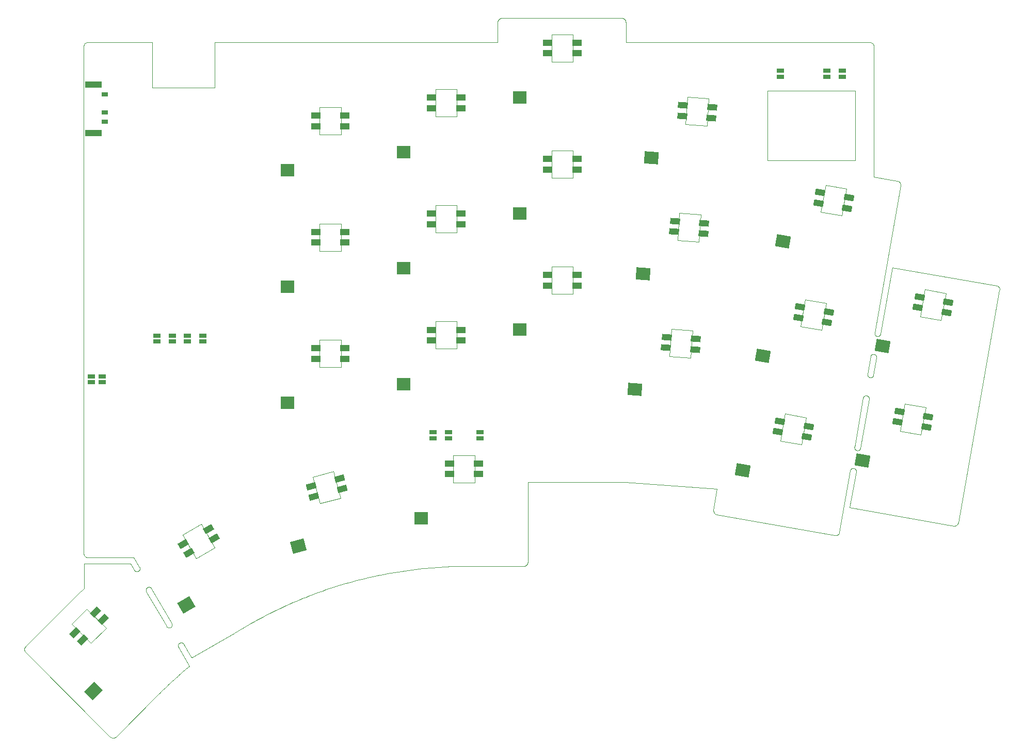
<source format=gtp>
%TF.GenerationSoftware,KiCad,Pcbnew,(6.0.4)*%
%TF.CreationDate,2022-06-21T22:08:17+02:00*%
%TF.ProjectId,klor1_3,6b6c6f72-315f-4332-9e6b-696361645f70,v1.3.0*%
%TF.SameCoordinates,Original*%
%TF.FileFunction,Paste,Top*%
%TF.FilePolarity,Positive*%
%FSLAX46Y46*%
G04 Gerber Fmt 4.6, Leading zero omitted, Abs format (unit mm)*
G04 Created by KiCad (PCBNEW (6.0.4)) date 2022-06-21 22:08:17*
%MOMM*%
%LPD*%
G01*
G04 APERTURE LIST*
G04 Aperture macros list*
%AMRotRect*
0 Rectangle, with rotation*
0 The origin of the aperture is its center*
0 $1 length*
0 $2 width*
0 $3 Rotation angle, in degrees counterclockwise*
0 Add horizontal line*
21,1,$1,$2,0,0,$3*%
G04 Aperture macros list end*
%TA.AperFunction,Profile*%
%ADD10C,0.010000*%
%TD*%
%ADD11C,0.010000*%
%TA.AperFunction,Profile*%
%ADD12C,0.100000*%
%TD*%
%TA.AperFunction,Profile*%
%ADD13C,0.120000*%
%TD*%
%ADD14R,1.143000X0.635000*%
%ADD15RotRect,1.600000X1.000000X225.000000*%
%ADD16RotRect,2.300000X2.000000X45.000000*%
%ADD17R,1.600000X1.000000*%
%ADD18R,2.300000X2.000000*%
%ADD19RotRect,1.600000X1.000000X176.000000*%
%ADD20RotRect,2.300000X2.000000X356.000000*%
%ADD21RotRect,1.600000X1.000000X195.000000*%
%ADD22RotRect,2.300000X2.000000X15.000000*%
%ADD23RotRect,1.600000X1.000000X170.000000*%
%ADD24RotRect,2.300000X2.000000X350.000000*%
%ADD25RotRect,1.600000X1.000000X210.000000*%
%ADD26RotRect,2.300000X2.000000X30.000000*%
%ADD27R,1.000000X0.700000*%
%ADD28R,2.800000X1.000000*%
G04 APERTURE END LIST*
D10*
X94205130Y-149048326D02*
X90890813Y-143336419D01*
X213273752Y-90131044D02*
X211334523Y-101025982D01*
D11*
X95051339Y-148554706D02*
X95063942Y-148574840D01*
X95075312Y-148595542D01*
X95085456Y-148616761D01*
X95094379Y-148638445D01*
X95102089Y-148660542D01*
X95108591Y-148683001D01*
X95113893Y-148705769D01*
X95118000Y-148728796D01*
X95120920Y-148752029D01*
X95122657Y-148775417D01*
X95123220Y-148798909D01*
X95122614Y-148822452D01*
X95120847Y-148845995D01*
X95117923Y-148869486D01*
X95113850Y-148892874D01*
X95108635Y-148916108D01*
X95102283Y-148939134D01*
X95094802Y-148961902D01*
X95086197Y-148984361D01*
X95076475Y-149006458D01*
X95065643Y-149028141D01*
X95053707Y-149049360D01*
X95040673Y-149070063D01*
X95026549Y-149090197D01*
X95011339Y-149109711D01*
X94995052Y-149128554D01*
X94977692Y-149146674D01*
X94959268Y-149164019D01*
X94939785Y-149180538D01*
X94919249Y-149196179D01*
X94897667Y-149210890D01*
X94875047Y-149224620D01*
D10*
X210241503Y-75251875D02*
X210241503Y-53885104D01*
X91842797Y-60619514D02*
X91842797Y-53144670D01*
D11*
X152769828Y-139175891D02*
X152805974Y-139174968D01*
X152841662Y-139172232D01*
X152876846Y-139167727D01*
X152911482Y-139161498D01*
X152945523Y-139153590D01*
X152978926Y-139144049D01*
X153011644Y-139132920D01*
X153043632Y-139120248D01*
X153074846Y-139106078D01*
X153105240Y-139090455D01*
X153134769Y-139073425D01*
X153163388Y-139055033D01*
X153191051Y-139035324D01*
X153217713Y-139014343D01*
X153243330Y-138992135D01*
X153267855Y-138968746D01*
X153291244Y-138944220D01*
X153313452Y-138918604D01*
X153334433Y-138891941D01*
X153354142Y-138864278D01*
X153372534Y-138835660D01*
X153389564Y-138806131D01*
X153405187Y-138775737D01*
X153419357Y-138744523D01*
X153432029Y-138712534D01*
X153443158Y-138679816D01*
X153452699Y-138646414D01*
X153460607Y-138612372D01*
X153466836Y-138577736D01*
X153471341Y-138542552D01*
X153474077Y-138506864D01*
X153475000Y-138470718D01*
X230832582Y-93903724D02*
X230844676Y-93867575D01*
X230854550Y-93831872D01*
X230862254Y-93796647D01*
X230867841Y-93761932D01*
X230871361Y-93727759D01*
X230872868Y-93694161D01*
X230872412Y-93661169D01*
X230870045Y-93628817D01*
X230865818Y-93597136D01*
X230859784Y-93566159D01*
X230851994Y-93535918D01*
X230842499Y-93506445D01*
X230831351Y-93477772D01*
X230818603Y-93449933D01*
X230804305Y-93422958D01*
X230788509Y-93396881D01*
X230771267Y-93371734D01*
X230752631Y-93347548D01*
X230732651Y-93324357D01*
X230711381Y-93302192D01*
X230688871Y-93281086D01*
X230665173Y-93261071D01*
X230640338Y-93242179D01*
X230614419Y-93224443D01*
X230587467Y-93207895D01*
X230559534Y-93192567D01*
X230530671Y-93178492D01*
X230500930Y-93165701D01*
X230470363Y-93154228D01*
X230439021Y-93144103D01*
X230406956Y-93135360D01*
X230374220Y-93128032D01*
D10*
X148538783Y-53144670D02*
X102103080Y-53144670D01*
D11*
X105170585Y-150282382D02*
X105240102Y-150236208D01*
X105309820Y-150190240D01*
X105379732Y-150144480D01*
X105449831Y-150098926D01*
X105520111Y-150053578D01*
X105590565Y-150008437D01*
X105661187Y-149963503D01*
X105731970Y-149918775D01*
X105802908Y-149874254D01*
X105873995Y-149829940D01*
X105945223Y-149785832D01*
X106016588Y-149741931D01*
X106088081Y-149698236D01*
X106159697Y-149654748D01*
X106231429Y-149611466D01*
X106303271Y-149568392D01*
X106375217Y-149525523D01*
X106447259Y-149482862D01*
X106519391Y-149440406D01*
X106591608Y-149398158D01*
X106663901Y-149356116D01*
X106736266Y-149314281D01*
X106808696Y-149272652D01*
X106881183Y-149231230D01*
X106953722Y-149190015D01*
X107026307Y-149149006D01*
X107098930Y-149108204D01*
X107171585Y-149067608D01*
X107244266Y-149027219D01*
X107316966Y-148987037D01*
X107389680Y-148947061D01*
X107462400Y-148907292D01*
D10*
X214084700Y-75921789D02*
X210241503Y-75251875D01*
D11*
X206927186Y-123097926D02*
X206953315Y-123101945D01*
X206978800Y-123107360D01*
X207003612Y-123114117D01*
X207027728Y-123122166D01*
X207051120Y-123131454D01*
X207073764Y-123141930D01*
X207095633Y-123153542D01*
X207116701Y-123166239D01*
X207136943Y-123179969D01*
X207156333Y-123194680D01*
X207174844Y-123210321D01*
X207192452Y-123226840D01*
X207209130Y-123244185D01*
X207224853Y-123262305D01*
X207239594Y-123281148D01*
X207253328Y-123300663D01*
X207266029Y-123320797D01*
X207277672Y-123341499D01*
X207288229Y-123362718D01*
X207297677Y-123384402D01*
X207305988Y-123406499D01*
X207313137Y-123428958D01*
X207319098Y-123451726D01*
X207323845Y-123474753D01*
X207327353Y-123497986D01*
X207329595Y-123521374D01*
X207330547Y-123544865D01*
X207330181Y-123568409D01*
X207328472Y-123591952D01*
X207325395Y-123615443D01*
X207320923Y-123638831D01*
X207315031Y-123662065D01*
X81370965Y-53144670D02*
X81331615Y-53145592D01*
X81292924Y-53148328D01*
X81254930Y-53152833D01*
X81217672Y-53159062D01*
X81181189Y-53166970D01*
X81145520Y-53176511D01*
X81110702Y-53187640D01*
X81076776Y-53200313D01*
X81043779Y-53214483D01*
X81011750Y-53230105D01*
X80980729Y-53247135D01*
X80950754Y-53265528D01*
X80921863Y-53285237D01*
X80894095Y-53306218D01*
X80867490Y-53328426D01*
X80842085Y-53351816D01*
X80817920Y-53376341D01*
X80795034Y-53401958D01*
X80773464Y-53428620D01*
X80753250Y-53456283D01*
X80734431Y-53484902D01*
X80717045Y-53514431D01*
X80701130Y-53544825D01*
X80686727Y-53576039D01*
X80673873Y-53608028D01*
X80662607Y-53640746D01*
X80652968Y-53674149D01*
X80644995Y-53708190D01*
X80638726Y-53742826D01*
X80634201Y-53778010D01*
X80631457Y-53813698D01*
X80630534Y-53849845D01*
D10*
X91842797Y-53144670D02*
X82287690Y-53144670D01*
D11*
X92794784Y-160295850D02*
X92950349Y-160140699D01*
X93106327Y-159985968D01*
X93262718Y-159831663D01*
X93419523Y-159677790D01*
X93576741Y-159524357D01*
X93734372Y-159371369D01*
X93892416Y-159218832D01*
X94050874Y-159066755D01*
X94209744Y-158915142D01*
X94369028Y-158764000D01*
X94528725Y-158613336D01*
X94688835Y-158463156D01*
X94849359Y-158313467D01*
X95010295Y-158164275D01*
X95171645Y-158015587D01*
X95333408Y-157867408D01*
X95495585Y-157719746D01*
X95658174Y-157572607D01*
X95821177Y-157425998D01*
X95984593Y-157279924D01*
X96148422Y-157134393D01*
X96312664Y-156989410D01*
X96477319Y-156844982D01*
X96642388Y-156701117D01*
X96807870Y-156557819D01*
X96973765Y-156415096D01*
X97140073Y-156272954D01*
X97306795Y-156131399D01*
X97473929Y-155990439D01*
X97641477Y-155850079D01*
X97809438Y-155710325D01*
X97977813Y-155571186D01*
X84967353Y-167171297D02*
X84994201Y-167196914D01*
X85021824Y-167220879D01*
X85050171Y-167243191D01*
X85079189Y-167263851D01*
X85108826Y-167282857D01*
X85139032Y-167300211D01*
X85169754Y-167315912D01*
X85200941Y-167329961D01*
X85232542Y-167342357D01*
X85264503Y-167353099D01*
X85296775Y-167362190D01*
X85329305Y-167369627D01*
X85362041Y-167375412D01*
X85394933Y-167379543D01*
X85427928Y-167382023D01*
X85460974Y-167382849D01*
X85494020Y-167382023D01*
X85527015Y-167379543D01*
X85559907Y-167375412D01*
X85592643Y-167369627D01*
X85625173Y-167362190D01*
X85657445Y-167353099D01*
X85689406Y-167342357D01*
X85721007Y-167329961D01*
X85752194Y-167315912D01*
X85782916Y-167300211D01*
X85813122Y-167282857D01*
X85842759Y-167263851D01*
X85871777Y-167243191D01*
X85900124Y-167220879D01*
X85927747Y-167196914D01*
X85954596Y-167171297D01*
D10*
X98400916Y-154196096D02*
X105170585Y-150282382D01*
D11*
X96179617Y-152468420D02*
X96167013Y-152445183D01*
X96155643Y-152421772D01*
X96145500Y-152398219D01*
X96136577Y-152374557D01*
X96128867Y-152350817D01*
X96122365Y-152327031D01*
X96117063Y-152303233D01*
X96112956Y-152279454D01*
X96110037Y-152255727D01*
X96108299Y-152232084D01*
X96107737Y-152208557D01*
X96108343Y-152185179D01*
X96110110Y-152161981D01*
X96113034Y-152138996D01*
X96117107Y-152116257D01*
X96122322Y-152093795D01*
X96128674Y-152071643D01*
X96136155Y-152049834D01*
X96144760Y-152028399D01*
X96154482Y-152007370D01*
X96165314Y-151986781D01*
X96177250Y-151966663D01*
X96190284Y-151947048D01*
X96204409Y-151927970D01*
X96219618Y-151909459D01*
X96235906Y-151891549D01*
X96253265Y-151874271D01*
X96271690Y-151857659D01*
X96291173Y-151841744D01*
X96311709Y-151826558D01*
X96333290Y-151812134D01*
X96355912Y-151798505D01*
D10*
X209219002Y-107619357D02*
X209712622Y-104763404D01*
X169447190Y-125425000D02*
X184537912Y-126482762D01*
D11*
X214613581Y-76697481D02*
X214619168Y-76664434D01*
X214622748Y-76631439D01*
X214624378Y-76598548D01*
X214624117Y-76565812D01*
X214622022Y-76533282D01*
X214618151Y-76501010D01*
X214612563Y-76469048D01*
X214605316Y-76437448D01*
X214596468Y-76406261D01*
X214586077Y-76375538D01*
X214574201Y-76345333D01*
X214560899Y-76315695D01*
X214546227Y-76286677D01*
X214530245Y-76258331D01*
X214513011Y-76230707D01*
X214494582Y-76203859D01*
X214475017Y-76177836D01*
X214454373Y-76152692D01*
X214432710Y-76128477D01*
X214410085Y-76105244D01*
X214386556Y-76083044D01*
X214362181Y-76061928D01*
X214337018Y-76041949D01*
X214311126Y-76023157D01*
X214284563Y-76005605D01*
X214257386Y-75989345D01*
X214229654Y-75974427D01*
X214201425Y-75960904D01*
X214172757Y-75948826D01*
X214143708Y-75938247D01*
X214114336Y-75929217D01*
X214084700Y-75921789D01*
D10*
X210664609Y-104939696D02*
X210170986Y-107795651D01*
X88316928Y-138752788D02*
X80665792Y-138752788D01*
X97977813Y-155571186D02*
X96179617Y-152468420D01*
D11*
X97025826Y-151974800D02*
X97037756Y-151995476D01*
X97052147Y-152020412D01*
X97071689Y-152054269D01*
X97096035Y-152096442D01*
X97124836Y-152146324D01*
X97157742Y-152203307D01*
X97194406Y-152266785D01*
X97234479Y-152336151D01*
X97277612Y-152410798D01*
X97323457Y-152490120D01*
X97371664Y-152573508D01*
X97421886Y-152660357D01*
X97473773Y-152750060D01*
X97526978Y-152842009D01*
X97581151Y-152935598D01*
X97635943Y-153030220D01*
X97691007Y-153125269D01*
X97745993Y-153220136D01*
X97800554Y-153314216D01*
X97854339Y-153406901D01*
X97907001Y-153497585D01*
X97958192Y-153585661D01*
X98007561Y-153670521D01*
X98054761Y-153751560D01*
X98099444Y-153828170D01*
X98141260Y-153899744D01*
X98179861Y-153965675D01*
X98214898Y-154025357D01*
X98246023Y-154078183D01*
X98272886Y-154123545D01*
X98295141Y-154160838D01*
X208478568Y-111568332D02*
X208482587Y-111542202D01*
X208488002Y-111516717D01*
X208494759Y-111491905D01*
X208502808Y-111467789D01*
X208512096Y-111444397D01*
X208522572Y-111421753D01*
X208534184Y-111399884D01*
X208546881Y-111378816D01*
X208560611Y-111358574D01*
X208575322Y-111339184D01*
X208590963Y-111320673D01*
X208607482Y-111303065D01*
X208624827Y-111286387D01*
X208642947Y-111270664D01*
X208661790Y-111255923D01*
X208681305Y-111242189D01*
X208701439Y-111229488D01*
X208722142Y-111217845D01*
X208743361Y-111207288D01*
X208765044Y-111197840D01*
X208787141Y-111189529D01*
X208809600Y-111182380D01*
X208832368Y-111176419D01*
X208855395Y-111171672D01*
X208878628Y-111168164D01*
X208902016Y-111165922D01*
X208925507Y-111164970D01*
X208949051Y-111165336D01*
X208972594Y-111167045D01*
X208996085Y-111170122D01*
X209019473Y-111174594D01*
X209042707Y-111180487D01*
D10*
X209501072Y-53144670D02*
X208549085Y-53144670D01*
D11*
X210770384Y-101413827D02*
X210744254Y-101409807D01*
X210718769Y-101404392D01*
X210693957Y-101397635D01*
X210669841Y-101389586D01*
X210646448Y-101380298D01*
X210623805Y-101369822D01*
X210601936Y-101358210D01*
X210580868Y-101345513D01*
X210560626Y-101331783D01*
X210541236Y-101317072D01*
X210522724Y-101301431D01*
X210505116Y-101284912D01*
X210488438Y-101267567D01*
X210472716Y-101249447D01*
X210457974Y-101230604D01*
X210444240Y-101211089D01*
X210431539Y-101190955D01*
X210419896Y-101170253D01*
X210409339Y-101149034D01*
X210399891Y-101127350D01*
X210391580Y-101105253D01*
X210384431Y-101082794D01*
X210378470Y-101060026D01*
X210373723Y-101036999D01*
X210370215Y-101013766D01*
X210367973Y-100990378D01*
X210367022Y-100966887D01*
X210367388Y-100943343D01*
X210369097Y-100919800D01*
X210372174Y-100896309D01*
X210376646Y-100872921D01*
X210382539Y-100849688D01*
X80630534Y-137060370D02*
X80631456Y-137096516D01*
X80634192Y-137132204D01*
X80638697Y-137167388D01*
X80644926Y-137202024D01*
X80652834Y-137236065D01*
X80662375Y-137269468D01*
X80673504Y-137302186D01*
X80686176Y-137334175D01*
X80700346Y-137365389D01*
X80715969Y-137395783D01*
X80732999Y-137425312D01*
X80751391Y-137453931D01*
X80771100Y-137481594D01*
X80792081Y-137508256D01*
X80814289Y-137533873D01*
X80837678Y-137558399D01*
X80862203Y-137581788D01*
X80887820Y-137603996D01*
X80914482Y-137624977D01*
X80942145Y-137644686D01*
X80970764Y-137663079D01*
X81000293Y-137680109D01*
X81030687Y-137695731D01*
X81061901Y-137709901D01*
X81093889Y-137722574D01*
X81126607Y-137733703D01*
X81160010Y-137743244D01*
X81194051Y-137751152D01*
X81228687Y-137757381D01*
X81263871Y-137761886D01*
X81299559Y-137764622D01*
X81335706Y-137765545D01*
D10*
X80630534Y-53849845D02*
X80630534Y-137060370D01*
D11*
X90890813Y-143336419D02*
X90878209Y-143313182D01*
X90866839Y-143289771D01*
X90856696Y-143266218D01*
X90847773Y-143242556D01*
X90840063Y-143218816D01*
X90833561Y-143195030D01*
X90828260Y-143171232D01*
X90824153Y-143147453D01*
X90821233Y-143123726D01*
X90819496Y-143100083D01*
X90818933Y-143076556D01*
X90819539Y-143053177D01*
X90821307Y-143029980D01*
X90824230Y-143006995D01*
X90828303Y-142984256D01*
X90833519Y-142961794D01*
X90839870Y-142939642D01*
X90847352Y-142917832D01*
X90855957Y-142896397D01*
X90865678Y-142875369D01*
X90876511Y-142854779D01*
X90888447Y-142834661D01*
X90901480Y-142815046D01*
X90915605Y-142795968D01*
X90930815Y-142777457D01*
X90947102Y-142759547D01*
X90964461Y-142742269D01*
X90982886Y-142725657D01*
X91002369Y-142709741D01*
X91022905Y-142694555D01*
X91044487Y-142680131D01*
X91067108Y-142666502D01*
D10*
X77986130Y-145451940D02*
X71110685Y-152327386D01*
X148538783Y-49865612D02*
X148538783Y-53144670D01*
D11*
X183938514Y-129973373D02*
X183936028Y-130006318D01*
X183935156Y-130039018D01*
X183935860Y-130071433D01*
X183938101Y-130103526D01*
X183941839Y-130135258D01*
X183947036Y-130166589D01*
X183953653Y-130197481D01*
X183961652Y-130227896D01*
X183970994Y-130257794D01*
X183981640Y-130287136D01*
X183993552Y-130315885D01*
X184006690Y-130344001D01*
X184021016Y-130371446D01*
X184036491Y-130398180D01*
X184053077Y-130424166D01*
X184070734Y-130449364D01*
X184089425Y-130473735D01*
X184109109Y-130497242D01*
X184129749Y-130519845D01*
X184151306Y-130541505D01*
X184173741Y-130562183D01*
X184197015Y-130581842D01*
X184221089Y-130600442D01*
X184245926Y-130617944D01*
X184271485Y-130634310D01*
X184297729Y-130649501D01*
X184324619Y-130663479D01*
X184352115Y-130676204D01*
X184380180Y-130687637D01*
X184408774Y-130697741D01*
X184437858Y-130706476D01*
X184467395Y-130713804D01*
D10*
X169552968Y-53144670D02*
X169552968Y-49865612D01*
D12*
X192800000Y-61150000D02*
X207200000Y-61150000D01*
X207200000Y-61150000D02*
X207200000Y-72550000D01*
X207200000Y-72550000D02*
X192800000Y-72550000D01*
X192800000Y-72550000D02*
X192800000Y-61150000D01*
D11*
X209042707Y-111180487D02*
X209068836Y-111184506D01*
X209094321Y-111189921D01*
X209119133Y-111196678D01*
X209143249Y-111204727D01*
X209166642Y-111214015D01*
X209189285Y-111224491D01*
X209211154Y-111236103D01*
X209232222Y-111248800D01*
X209252464Y-111262530D01*
X209271854Y-111277241D01*
X209290366Y-111292882D01*
X209307974Y-111309401D01*
X209324652Y-111326746D01*
X209340375Y-111344866D01*
X209355116Y-111363709D01*
X209368850Y-111383224D01*
X209381551Y-111403358D01*
X209393194Y-111424060D01*
X209403752Y-111445279D01*
X209413199Y-111466963D01*
X209421510Y-111489060D01*
X209428659Y-111511519D01*
X209434620Y-111534287D01*
X209439367Y-111557314D01*
X209442875Y-111580547D01*
X209445117Y-111603935D01*
X209446069Y-111627426D01*
X209445703Y-111650970D01*
X209443994Y-111674513D01*
X209440916Y-111698004D01*
X209436444Y-111721392D01*
X209430552Y-111744626D01*
D10*
X207068220Y-119607315D02*
X208478568Y-111568332D01*
X85954596Y-167171297D02*
X92794784Y-160295850D01*
D11*
X210241503Y-53885104D02*
X210240579Y-53845854D01*
X210237835Y-53807450D01*
X210233310Y-53769912D01*
X210227041Y-53733257D01*
X210219068Y-53697507D01*
X210209429Y-53662680D01*
X210198163Y-53628795D01*
X210185309Y-53595873D01*
X210170906Y-53563931D01*
X210154991Y-53532991D01*
X210137605Y-53503070D01*
X210118786Y-53474189D01*
X210098572Y-53446367D01*
X210077002Y-53419622D01*
X210054116Y-53393976D01*
X210029951Y-53369446D01*
X210004546Y-53346052D01*
X209977941Y-53323814D01*
X209950173Y-53302751D01*
X209921282Y-53282883D01*
X209891307Y-53264228D01*
X209860286Y-53246806D01*
X209828257Y-53230637D01*
X209795260Y-53215739D01*
X209761334Y-53202133D01*
X209726516Y-53189837D01*
X209690847Y-53178871D01*
X209654364Y-53169255D01*
X209617106Y-53161007D01*
X209579112Y-53154147D01*
X209540421Y-53148695D01*
X209501072Y-53144670D01*
D10*
X204600113Y-133605017D02*
X206363047Y-123485771D01*
D11*
X210170986Y-107795651D02*
X210166966Y-107821780D01*
X210161551Y-107847265D01*
X210154794Y-107872077D01*
X210146745Y-107896193D01*
X210137457Y-107919586D01*
X210126981Y-107942229D01*
X210115369Y-107964098D01*
X210102672Y-107985166D01*
X210088942Y-108005408D01*
X210074231Y-108024798D01*
X210058590Y-108043310D01*
X210042071Y-108060918D01*
X210024726Y-108077596D01*
X210006606Y-108093318D01*
X209987763Y-108108060D01*
X209968248Y-108121794D01*
X209948114Y-108134495D01*
X209927412Y-108146138D01*
X209906193Y-108156695D01*
X209884509Y-108166143D01*
X209862412Y-108174454D01*
X209839953Y-108181603D01*
X209817185Y-108187564D01*
X209794158Y-108192311D01*
X209770925Y-108195819D01*
X209747537Y-108198061D01*
X209724046Y-108199012D01*
X209700502Y-108198646D01*
X209676959Y-108196937D01*
X209653468Y-108193860D01*
X209630080Y-108189388D01*
X209606847Y-108183496D01*
X94875047Y-149224620D02*
X94851810Y-149237223D01*
X94828399Y-149248593D01*
X94804846Y-149258737D01*
X94781184Y-149267660D01*
X94757444Y-149275370D01*
X94733659Y-149281872D01*
X94709861Y-149287174D01*
X94686082Y-149291281D01*
X94662355Y-149294200D01*
X94638711Y-149295938D01*
X94615184Y-149296501D01*
X94591806Y-149295895D01*
X94568608Y-149294127D01*
X94545624Y-149291203D01*
X94522884Y-149287131D01*
X94500422Y-149281915D01*
X94478271Y-149275563D01*
X94456461Y-149268082D01*
X94435026Y-149259477D01*
X94413997Y-149249755D01*
X94393407Y-149238923D01*
X94373289Y-149226987D01*
X94353675Y-149213953D01*
X94334596Y-149199828D01*
X94316085Y-149184619D01*
X94298175Y-149168331D01*
X94280897Y-149150972D01*
X94264285Y-149132547D01*
X94248369Y-149113064D01*
X94233183Y-149092528D01*
X94218759Y-149070946D01*
X94205130Y-149048326D01*
D10*
X102103080Y-53144670D02*
X102103080Y-60619514D01*
X153475000Y-125425000D02*
X169447190Y-125425000D01*
X142967909Y-139175891D02*
X152769828Y-139175891D01*
D11*
X209712622Y-104763404D02*
X209716641Y-104737274D01*
X209722056Y-104711790D01*
X209728813Y-104686977D01*
X209736862Y-104662861D01*
X209746150Y-104639469D01*
X209756626Y-104616825D01*
X209768238Y-104594956D01*
X209780935Y-104573888D01*
X209794665Y-104553646D01*
X209809376Y-104534256D01*
X209825017Y-104515745D01*
X209841536Y-104498137D01*
X209858881Y-104481459D01*
X209877001Y-104465736D01*
X209895844Y-104450995D01*
X209915359Y-104437260D01*
X209935493Y-104424559D01*
X209956195Y-104412916D01*
X209977414Y-104402359D01*
X209999098Y-104392911D01*
X210021195Y-104384600D01*
X210043654Y-104377451D01*
X210066422Y-104371490D01*
X210089449Y-104366742D01*
X210112682Y-104363234D01*
X210136070Y-104360992D01*
X210159561Y-104360041D01*
X210183105Y-104360406D01*
X210206648Y-104362115D01*
X210230139Y-104365192D01*
X210253527Y-104369664D01*
X210276761Y-104375557D01*
D10*
X224098171Y-131983119D02*
X230832582Y-93903724D01*
D11*
X96355912Y-151798505D02*
X96379148Y-151785901D01*
X96402559Y-151774531D01*
X96426112Y-151764388D01*
X96449774Y-151755465D01*
X96473514Y-151747755D01*
X96497299Y-151741253D01*
X96521097Y-151735952D01*
X96544876Y-151731845D01*
X96568603Y-151728925D01*
X96592246Y-151727188D01*
X96615773Y-151726625D01*
X96639152Y-151727231D01*
X96662350Y-151728999D01*
X96685334Y-151731922D01*
X96708074Y-151735995D01*
X96730535Y-151741211D01*
X96752687Y-151747562D01*
X96774497Y-151755044D01*
X96795932Y-151763649D01*
X96816960Y-151773370D01*
X96837550Y-151784203D01*
X96857668Y-151796139D01*
X96877282Y-151809172D01*
X96896361Y-151823297D01*
X96914871Y-151838507D01*
X96932782Y-151854794D01*
X96950059Y-151872153D01*
X96966671Y-151890578D01*
X96982586Y-151910061D01*
X96997772Y-151930597D01*
X97012196Y-151952179D01*
X97025826Y-151974800D01*
D10*
X214014183Y-80117575D02*
X214613581Y-76697481D01*
X184467395Y-130713804D02*
X203824420Y-134133898D01*
D11*
X203824420Y-134133898D02*
X203857466Y-134139585D01*
X203890461Y-134143452D01*
X203923352Y-134145538D01*
X203956089Y-134145880D01*
X203988619Y-134144518D01*
X204020890Y-134141490D01*
X204052852Y-134136835D01*
X204084452Y-134130592D01*
X204115639Y-134122799D01*
X204146362Y-134113496D01*
X204176567Y-134102721D01*
X204206205Y-134090512D01*
X204235223Y-134076909D01*
X204263569Y-134061951D01*
X204291193Y-134045675D01*
X204318041Y-134028121D01*
X204344063Y-134009327D01*
X204369208Y-133989333D01*
X204393422Y-133968176D01*
X204416655Y-133945897D01*
X204438856Y-133922532D01*
X204459971Y-133898122D01*
X204479951Y-133872704D01*
X204498742Y-133846318D01*
X204516294Y-133819003D01*
X204532555Y-133790796D01*
X204547473Y-133761737D01*
X204560997Y-133731865D01*
X204573074Y-133701218D01*
X204583653Y-133669835D01*
X204592683Y-133637755D01*
X204600113Y-133605017D01*
X149208697Y-49195697D02*
X149175753Y-49196618D01*
X149143069Y-49199346D01*
X149110694Y-49203831D01*
X149078680Y-49210020D01*
X149047080Y-49217862D01*
X149015945Y-49227305D01*
X148985326Y-49238298D01*
X148955275Y-49250788D01*
X148925844Y-49264725D01*
X148897085Y-49280056D01*
X148869048Y-49296729D01*
X148841787Y-49314695D01*
X148815351Y-49333899D01*
X148789794Y-49354292D01*
X148765166Y-49375820D01*
X148741520Y-49398434D01*
X148718906Y-49422080D01*
X148697378Y-49446708D01*
X148676985Y-49472265D01*
X148657780Y-49498701D01*
X148639815Y-49525963D01*
X148623142Y-49553999D01*
X148607811Y-49582759D01*
X148593874Y-49612190D01*
X148581384Y-49642240D01*
X148570391Y-49672859D01*
X148560948Y-49703995D01*
X148553106Y-49735595D01*
X148546917Y-49767609D01*
X148542432Y-49799983D01*
X148539704Y-49832668D01*
X148538783Y-49865612D01*
D10*
X230374220Y-93128032D02*
X213273752Y-90131044D01*
D11*
X71110685Y-152327386D02*
X71085067Y-152354234D01*
X71061102Y-152381857D01*
X71038790Y-152410204D01*
X71018130Y-152439222D01*
X70999124Y-152468859D01*
X70981770Y-152499065D01*
X70966069Y-152529787D01*
X70952020Y-152560974D01*
X70939624Y-152592575D01*
X70928882Y-152624536D01*
X70919791Y-152656808D01*
X70912354Y-152689338D01*
X70906569Y-152722074D01*
X70902438Y-152754966D01*
X70899958Y-152787961D01*
X70899132Y-152821007D01*
X70899958Y-152854053D01*
X70902438Y-152887048D01*
X70906569Y-152919940D01*
X70912354Y-152952676D01*
X70919791Y-152985206D01*
X70928882Y-153017478D01*
X70939624Y-153049439D01*
X70952020Y-153081040D01*
X70966069Y-153112227D01*
X70981770Y-153142949D01*
X70999124Y-153173155D01*
X71018130Y-153202792D01*
X71038790Y-153231810D01*
X71061102Y-153260157D01*
X71085067Y-153287780D01*
X71110685Y-153314629D01*
X89586243Y-139986841D02*
X89563006Y-139999444D01*
X89539595Y-140010814D01*
X89516042Y-140020958D01*
X89492380Y-140029881D01*
X89468640Y-140037591D01*
X89444855Y-140044093D01*
X89421057Y-140049395D01*
X89397278Y-140053502D01*
X89373551Y-140056421D01*
X89349907Y-140058159D01*
X89326380Y-140058722D01*
X89303002Y-140058116D01*
X89279804Y-140056348D01*
X89256820Y-140053425D01*
X89234080Y-140049352D01*
X89211618Y-140044136D01*
X89189467Y-140037785D01*
X89167657Y-140030303D01*
X89146222Y-140021698D01*
X89125193Y-140011977D01*
X89104603Y-140001144D01*
X89084485Y-139989208D01*
X89064871Y-139976175D01*
X89045792Y-139962050D01*
X89027281Y-139946841D01*
X89009371Y-139930553D01*
X88992093Y-139913194D01*
X88975481Y-139894769D01*
X88959565Y-139875286D01*
X88944379Y-139854751D01*
X88929955Y-139833169D01*
X88916326Y-139810549D01*
D10*
X88845809Y-137765545D02*
X89762535Y-139316927D01*
X88916326Y-139810549D02*
X88316928Y-138752788D01*
D11*
X107462400Y-148907292D02*
X107982580Y-148608666D01*
X108505105Y-148314419D01*
X109029837Y-148024587D01*
X109556642Y-147739210D01*
X110085384Y-147458326D01*
X110615927Y-147181974D01*
X111148136Y-146910193D01*
X111681874Y-146643022D01*
X112217007Y-146380499D01*
X112753400Y-146122664D01*
X113290915Y-145869554D01*
X113829418Y-145621208D01*
X114368774Y-145377666D01*
X114908846Y-145138966D01*
X115449499Y-144905147D01*
X115990597Y-144676248D01*
X116532006Y-144452306D01*
X117073589Y-144233362D01*
X117615210Y-144019453D01*
X118156735Y-143810619D01*
X118698027Y-143606898D01*
X119238951Y-143408329D01*
X119779372Y-143214950D01*
X120319153Y-143026801D01*
X120858160Y-142843920D01*
X121396257Y-142666346D01*
X121933307Y-142494118D01*
X122469176Y-142327274D01*
X123003728Y-142165853D01*
X123536828Y-142009894D01*
X124068339Y-141859436D01*
X124598127Y-141714517D01*
X206363047Y-123485771D02*
X206367066Y-123459641D01*
X206372481Y-123434156D01*
X206379238Y-123409344D01*
X206387287Y-123385228D01*
X206396575Y-123361836D01*
X206407051Y-123339192D01*
X206418663Y-123317323D01*
X206431360Y-123296255D01*
X206445090Y-123276013D01*
X206459801Y-123256623D01*
X206475442Y-123238112D01*
X206491961Y-123220504D01*
X206509306Y-123203826D01*
X206527426Y-123188103D01*
X206546269Y-123173362D01*
X206565784Y-123159628D01*
X206585918Y-123146927D01*
X206606621Y-123135284D01*
X206627840Y-123124727D01*
X206649523Y-123115279D01*
X206671620Y-123106968D01*
X206694079Y-123099819D01*
X206716847Y-123093858D01*
X206739874Y-123089111D01*
X206763107Y-123085603D01*
X206786495Y-123083361D01*
X206809986Y-123082409D01*
X206833530Y-123082775D01*
X206857073Y-123084484D01*
X206880564Y-123087561D01*
X206903952Y-123092033D01*
X206927186Y-123097926D01*
X124598127Y-141714517D02*
X125176986Y-141561534D01*
X125756568Y-141413303D01*
X126336770Y-141269823D01*
X126917488Y-141131095D01*
X127498620Y-140997119D01*
X128080061Y-140867895D01*
X128661709Y-140743422D01*
X129243461Y-140623701D01*
X129825212Y-140508731D01*
X130406860Y-140398514D01*
X130988301Y-140293047D01*
X131569433Y-140192333D01*
X132150151Y-140096370D01*
X132730353Y-140005159D01*
X133309935Y-139918700D01*
X133888794Y-139836992D01*
X134466826Y-139760036D01*
X135043929Y-139687831D01*
X135619999Y-139620378D01*
X136194933Y-139557677D01*
X136768627Y-139499727D01*
X137340978Y-139446529D01*
X137911883Y-139398083D01*
X138481239Y-139354389D01*
X139048942Y-139315446D01*
X139614889Y-139281254D01*
X140178976Y-139251815D01*
X140741101Y-139227126D01*
X141301160Y-139207190D01*
X141859050Y-139192005D01*
X142414667Y-139181572D01*
X142967909Y-139175891D01*
D10*
X209430552Y-111744626D02*
X208020204Y-119783607D01*
X80665792Y-138752788D02*
X80665792Y-142807538D01*
D11*
X209606847Y-108183496D02*
X209580717Y-108179476D01*
X209555232Y-108174061D01*
X209530420Y-108167304D01*
X209506304Y-108159255D01*
X209482911Y-108149967D01*
X209460268Y-108139491D01*
X209438399Y-108127879D01*
X209417331Y-108115182D01*
X209397089Y-108101452D01*
X209377699Y-108086741D01*
X209359187Y-108071100D01*
X209341579Y-108054581D01*
X209324901Y-108037236D01*
X209309179Y-108019116D01*
X209294437Y-108000273D01*
X209280703Y-107980758D01*
X209268002Y-107960624D01*
X209256359Y-107939922D01*
X209245802Y-107918703D01*
X209236354Y-107897019D01*
X209228043Y-107874922D01*
X209220894Y-107852463D01*
X209214933Y-107829695D01*
X209210186Y-107806668D01*
X209206678Y-107783435D01*
X209204436Y-107760047D01*
X209203485Y-107736556D01*
X209203851Y-107713012D01*
X209205560Y-107689469D01*
X209208637Y-107665978D01*
X209213109Y-107642590D01*
X209219002Y-107619357D01*
D10*
X82287690Y-53144670D02*
X81370965Y-53144670D01*
X71110685Y-153314629D02*
X84967353Y-167171297D01*
X210382539Y-100849688D02*
X214014183Y-80117575D01*
D11*
X91067108Y-142666502D02*
X91090344Y-142653898D01*
X91113755Y-142642528D01*
X91137307Y-142632385D01*
X91160970Y-142623461D01*
X91184710Y-142615752D01*
X91208495Y-142609249D01*
X91232293Y-142603948D01*
X91256072Y-142599841D01*
X91279799Y-142596922D01*
X91303442Y-142595184D01*
X91326969Y-142594621D01*
X91350347Y-142595227D01*
X91373545Y-142596995D01*
X91396529Y-142599918D01*
X91419269Y-142603991D01*
X91441730Y-142609207D01*
X91463882Y-142615558D01*
X91485691Y-142623040D01*
X91507127Y-142631645D01*
X91528155Y-142641366D01*
X91548744Y-142652199D01*
X91568862Y-142664135D01*
X91588477Y-142677168D01*
X91607556Y-142691293D01*
X91626066Y-142706503D01*
X91643976Y-142722790D01*
X91661254Y-142740149D01*
X91677866Y-142758574D01*
X91693782Y-142778057D01*
X91708968Y-142798593D01*
X91723392Y-142820175D01*
X91737022Y-142842796D01*
X169552968Y-49865612D02*
X169552046Y-49832668D01*
X169549318Y-49799983D01*
X169544833Y-49767609D01*
X169538644Y-49735595D01*
X169530802Y-49703995D01*
X169521359Y-49672859D01*
X169510366Y-49642240D01*
X169497876Y-49612190D01*
X169483939Y-49582759D01*
X169468608Y-49553999D01*
X169451934Y-49525963D01*
X169433969Y-49498701D01*
X169414765Y-49472265D01*
X169394372Y-49446708D01*
X169372843Y-49422080D01*
X169350230Y-49398434D01*
X169326583Y-49375820D01*
X169301956Y-49354292D01*
X169276398Y-49333899D01*
X169249963Y-49314695D01*
X169222701Y-49296729D01*
X169194664Y-49280056D01*
X169165905Y-49264725D01*
X169136474Y-49250788D01*
X169106423Y-49238298D01*
X169075804Y-49227305D01*
X169044668Y-49217862D01*
X169013068Y-49210020D01*
X168981054Y-49203831D01*
X168948679Y-49199346D01*
X168915994Y-49196618D01*
X168883051Y-49195697D01*
X208020204Y-119783607D02*
X208016184Y-119809736D01*
X208010769Y-119835221D01*
X208004012Y-119860033D01*
X207995963Y-119884149D01*
X207986675Y-119907542D01*
X207976199Y-119930185D01*
X207964587Y-119952054D01*
X207951890Y-119973122D01*
X207938160Y-119993364D01*
X207923449Y-120012754D01*
X207907808Y-120031266D01*
X207891289Y-120048874D01*
X207873944Y-120065552D01*
X207855824Y-120081275D01*
X207836981Y-120096016D01*
X207817466Y-120109750D01*
X207797332Y-120122452D01*
X207776630Y-120134094D01*
X207755411Y-120144652D01*
X207733727Y-120154099D01*
X207711630Y-120162411D01*
X207689171Y-120169560D01*
X207666403Y-120175521D01*
X207643376Y-120180268D01*
X207620143Y-120183776D01*
X207596755Y-120186019D01*
X207573264Y-120186970D01*
X207549720Y-120186604D01*
X207526177Y-120184896D01*
X207502686Y-120181818D01*
X207479298Y-120177347D01*
X207456065Y-120171455D01*
X223322479Y-132547258D02*
X223358627Y-132552944D01*
X223394330Y-132556804D01*
X223429556Y-132558869D01*
X223464271Y-132559171D01*
X223498444Y-132557743D01*
X223532043Y-132554617D01*
X223565034Y-132549826D01*
X223597387Y-132543401D01*
X223629068Y-132535375D01*
X223660045Y-132525780D01*
X223690286Y-132514648D01*
X223719760Y-132502013D01*
X223748432Y-132487905D01*
X223776272Y-132472358D01*
X223803246Y-132455403D01*
X223829323Y-132437073D01*
X223854471Y-132417401D01*
X223878656Y-132396417D01*
X223901847Y-132374156D01*
X223924012Y-132350648D01*
X223945118Y-132325927D01*
X223965133Y-132300024D01*
X223984024Y-132272972D01*
X224001760Y-132244803D01*
X224018308Y-132215550D01*
X224033636Y-132185244D01*
X224047711Y-132153918D01*
X224060502Y-132121605D01*
X224071975Y-132088336D01*
X224082099Y-132054143D01*
X224090842Y-132019060D01*
X224098171Y-131983119D01*
D10*
X91737022Y-142842796D02*
X95051339Y-148554706D01*
D11*
X210276761Y-104375557D02*
X210299688Y-104379576D01*
X210322177Y-104384991D01*
X210344201Y-104391748D01*
X210365734Y-104399797D01*
X210386750Y-104409085D01*
X210407225Y-104419561D01*
X210427131Y-104431173D01*
X210446443Y-104443870D01*
X210465136Y-104457600D01*
X210483183Y-104472311D01*
X210500558Y-104487952D01*
X210517236Y-104504471D01*
X210533192Y-104521816D01*
X210548398Y-104539936D01*
X210562829Y-104558779D01*
X210576460Y-104578294D01*
X210589265Y-104598428D01*
X210601217Y-104619130D01*
X210612292Y-104640349D01*
X210622462Y-104662033D01*
X210631703Y-104684130D01*
X210639989Y-104706589D01*
X210647293Y-104729357D01*
X210653590Y-104752384D01*
X210658853Y-104775617D01*
X210663059Y-104799005D01*
X210666179Y-104822496D01*
X210668189Y-104846040D01*
X210669063Y-104869583D01*
X210668775Y-104893074D01*
X210667298Y-104916462D01*
X210664609Y-104939696D01*
X80665792Y-142807538D02*
X80579851Y-142887073D01*
X80493923Y-142967002D01*
X80408020Y-143047306D01*
X80322157Y-143127965D01*
X80236345Y-143208959D01*
X80150598Y-143290270D01*
X80064928Y-143371878D01*
X79979349Y-143453763D01*
X79893872Y-143535907D01*
X79808512Y-143618289D01*
X79723282Y-143700892D01*
X79638193Y-143783694D01*
X79553259Y-143866677D01*
X79468493Y-143949821D01*
X79383908Y-144033107D01*
X79299516Y-144116516D01*
X79215331Y-144200029D01*
X79131366Y-144283625D01*
X79047633Y-144367286D01*
X78964145Y-144450992D01*
X78880916Y-144534724D01*
X78797957Y-144618462D01*
X78715283Y-144702187D01*
X78632906Y-144785881D01*
X78550839Y-144869522D01*
X78469094Y-144953092D01*
X78387686Y-145036573D01*
X78306625Y-145119943D01*
X78225927Y-145203184D01*
X78145603Y-145286277D01*
X78065666Y-145369202D01*
X77986130Y-145451940D01*
X207456065Y-120171455D02*
X207433037Y-120167435D01*
X207410261Y-120162020D01*
X207387782Y-120155263D01*
X207365646Y-120147214D01*
X207343897Y-120137926D01*
X207322580Y-120127450D01*
X207301741Y-120115838D01*
X207281425Y-120103141D01*
X207261677Y-120089411D01*
X207242542Y-120074700D01*
X207224066Y-120059059D01*
X207206294Y-120042540D01*
X207189270Y-120025195D01*
X207173041Y-120007074D01*
X207157650Y-119988231D01*
X207143145Y-119968717D01*
X207129569Y-119948583D01*
X207116968Y-119927880D01*
X207105386Y-119906661D01*
X207094871Y-119884977D01*
X207085465Y-119862880D01*
X207077215Y-119840422D01*
X207070166Y-119817654D01*
X207064363Y-119794627D01*
X207059852Y-119771394D01*
X207056676Y-119748005D01*
X207054883Y-119724514D01*
X207054516Y-119700971D01*
X207055621Y-119677428D01*
X207058243Y-119653936D01*
X207062427Y-119630548D01*
X207068220Y-119607315D01*
D10*
X208549085Y-53144670D02*
X169552968Y-53144670D01*
X102103080Y-60619514D02*
X91842797Y-60619514D01*
X81335706Y-137765545D02*
X88845809Y-137765545D01*
X206292528Y-129515009D02*
X223322479Y-132547258D01*
X168883051Y-49195697D02*
X149208697Y-49195697D01*
X153475000Y-138470718D02*
X153475000Y-125425000D01*
D11*
X89762535Y-139316927D02*
X89775138Y-139340163D01*
X89786508Y-139363574D01*
X89796652Y-139387127D01*
X89805575Y-139410789D01*
X89813285Y-139434529D01*
X89819787Y-139458314D01*
X89825089Y-139482112D01*
X89829196Y-139505891D01*
X89832115Y-139529618D01*
X89833853Y-139553261D01*
X89834416Y-139576788D01*
X89833810Y-139600167D01*
X89832042Y-139623365D01*
X89829119Y-139646349D01*
X89825046Y-139669089D01*
X89819830Y-139691550D01*
X89813479Y-139713702D01*
X89805997Y-139735512D01*
X89797392Y-139756947D01*
X89787671Y-139777975D01*
X89776838Y-139798565D01*
X89764902Y-139818683D01*
X89751869Y-139838297D01*
X89737744Y-139857376D01*
X89722535Y-139875886D01*
X89706247Y-139893797D01*
X89688888Y-139911074D01*
X89670463Y-139927686D01*
X89650980Y-139943601D01*
X89630445Y-139958787D01*
X89608863Y-139973211D01*
X89586243Y-139986841D01*
D10*
X207315031Y-123662065D02*
X206292528Y-129515009D01*
D11*
X98295141Y-154160838D02*
X98305057Y-154169853D01*
X98314973Y-154177184D01*
X98324890Y-154183004D01*
X98334806Y-154187488D01*
X98344723Y-154190809D01*
X98354639Y-154193143D01*
X98364555Y-154194663D01*
X98377777Y-154195726D01*
X98390999Y-154196066D01*
X98400916Y-154196096D01*
D10*
X184537912Y-126482762D02*
X183938514Y-129973373D01*
D11*
X211334523Y-101025982D02*
X211330503Y-101052111D01*
X211325088Y-101077596D01*
X211318331Y-101102408D01*
X211310282Y-101126524D01*
X211300994Y-101149916D01*
X211290518Y-101172560D01*
X211278906Y-101194429D01*
X211266209Y-101215497D01*
X211252479Y-101235739D01*
X211237768Y-101255129D01*
X211222127Y-101273640D01*
X211205608Y-101291248D01*
X211188263Y-101307926D01*
X211170143Y-101323649D01*
X211151300Y-101338390D01*
X211131785Y-101352124D01*
X211111651Y-101364825D01*
X211090949Y-101376468D01*
X211069730Y-101387025D01*
X211048046Y-101396473D01*
X211025949Y-101404784D01*
X211003490Y-101411933D01*
X210980722Y-101417894D01*
X210957695Y-101422641D01*
X210934462Y-101426149D01*
X210911074Y-101428391D01*
X210887583Y-101429343D01*
X210864039Y-101428977D01*
X210840496Y-101427268D01*
X210817005Y-101424191D01*
X210793617Y-101419719D01*
X210770384Y-101413827D01*
D13*
X78654640Y-148651189D02*
X81129513Y-146176316D01*
X81129513Y-146176316D02*
X84311494Y-149358296D01*
X84311494Y-149358296D02*
X81836621Y-151833169D01*
X81836621Y-151833169D02*
X78654640Y-148651189D01*
X141261399Y-120947857D02*
X144761399Y-120947857D01*
X144761399Y-120947857D02*
X144761399Y-125447857D01*
X144761399Y-125447857D02*
X141261399Y-125447857D01*
X141261399Y-125447857D02*
X141261399Y-120947857D01*
X179677904Y-62173687D02*
X183169378Y-62417834D01*
X183169378Y-62417834D02*
X182855474Y-66906873D01*
X182855474Y-66906873D02*
X179363999Y-66662725D01*
X179363999Y-66662725D02*
X179677904Y-62173687D01*
X118200936Y-124545949D02*
X121581677Y-123640083D01*
X121581677Y-123640083D02*
X122746362Y-127986749D01*
X122746362Y-127986749D02*
X119365622Y-128892615D01*
X119365622Y-128892615D02*
X118200936Y-124545949D01*
X157361399Y-70925260D02*
X160861399Y-70925260D01*
X160861399Y-70925260D02*
X160861399Y-75425260D01*
X160861399Y-75425260D02*
X157361399Y-75425260D01*
X157361399Y-75425260D02*
X157361399Y-70925260D01*
X218616662Y-93750681D02*
X222063489Y-94358449D01*
X222063489Y-94358449D02*
X221282072Y-98790084D01*
X221282072Y-98790084D02*
X217835245Y-98182315D01*
X217835245Y-98182315D02*
X218616662Y-93750681D01*
X177017030Y-100225959D02*
X180508504Y-100470106D01*
X180508504Y-100470106D02*
X180194600Y-104959145D01*
X180194600Y-104959145D02*
X176703125Y-104714997D01*
X176703125Y-104714997D02*
X177017030Y-100225959D01*
X119317969Y-82925260D02*
X122817969Y-82925260D01*
X122817969Y-82925260D02*
X122817969Y-87425260D01*
X122817969Y-87425260D02*
X119317969Y-87425260D01*
X119317969Y-87425260D02*
X119317969Y-82925260D01*
X215304741Y-112533522D02*
X218751568Y-113141290D01*
X218751568Y-113141290D02*
X217970151Y-117572925D01*
X217970151Y-117572925D02*
X214523324Y-116965156D01*
X214523324Y-116965156D02*
X215304741Y-112533522D01*
X119317969Y-101997857D02*
X122817969Y-101997857D01*
X122817969Y-101997857D02*
X122817969Y-106497857D01*
X122817969Y-106497857D02*
X119317969Y-106497857D01*
X119317969Y-106497857D02*
X119317969Y-101997857D01*
X119317969Y-63852664D02*
X122817969Y-63852664D01*
X122817969Y-63852664D02*
X122817969Y-68352664D01*
X122817969Y-68352664D02*
X119317969Y-68352664D01*
X119317969Y-68352664D02*
X119317969Y-63852664D01*
X178347467Y-81199822D02*
X181838941Y-81443969D01*
X181838941Y-81443969D02*
X181525037Y-85933008D01*
X181525037Y-85933008D02*
X178033562Y-85688860D01*
X178033562Y-85688860D02*
X178347467Y-81199822D01*
X157361399Y-51852664D02*
X160861399Y-51852664D01*
X160861399Y-51852664D02*
X160861399Y-56352664D01*
X160861399Y-56352664D02*
X157361399Y-56352664D01*
X157361399Y-56352664D02*
X157361399Y-51852664D01*
X96856610Y-133995039D02*
X99887698Y-132245039D01*
X99887698Y-132245039D02*
X102137698Y-136142153D01*
X102137698Y-136142153D02*
X99106609Y-137892153D01*
X99106609Y-137892153D02*
X96856610Y-133995039D01*
X195702503Y-114154252D02*
X199149330Y-114762020D01*
X199149330Y-114762020D02*
X198367913Y-119193655D01*
X198367913Y-119193655D02*
X194921086Y-118585886D01*
X194921086Y-118585886D02*
X195702503Y-114154252D01*
X138311399Y-98997857D02*
X141811399Y-98997857D01*
X141811399Y-98997857D02*
X141811399Y-103497857D01*
X141811399Y-103497857D02*
X138311399Y-103497857D01*
X138311399Y-103497857D02*
X138311399Y-98997857D01*
X138311399Y-79925260D02*
X141811399Y-79925260D01*
X141811399Y-79925260D02*
X141811399Y-84425260D01*
X141811399Y-84425260D02*
X138311399Y-84425260D01*
X138311399Y-84425260D02*
X138311399Y-79925260D01*
X202326347Y-76588571D02*
X205773174Y-77196339D01*
X205773174Y-77196339D02*
X204991757Y-81627974D01*
X204991757Y-81627974D02*
X201544930Y-81020205D01*
X201544930Y-81020205D02*
X202326347Y-76588571D01*
X157361399Y-89997857D02*
X160861399Y-89997857D01*
X160861399Y-89997857D02*
X160861399Y-94497857D01*
X160861399Y-94497857D02*
X157361399Y-94497857D01*
X157361399Y-94497857D02*
X157361399Y-89997857D01*
X199014425Y-95371410D02*
X202461252Y-95979178D01*
X202461252Y-95979178D02*
X201679835Y-100410813D01*
X201679835Y-100410813D02*
X198233008Y-99803044D01*
X198233008Y-99803044D02*
X199014425Y-95371410D01*
X138311399Y-60852664D02*
X141811399Y-60852664D01*
X141811399Y-60852664D02*
X141811399Y-65352664D01*
X141811399Y-65352664D02*
X138311399Y-65352664D01*
X138311399Y-65352664D02*
X138311399Y-60852664D01*
D14*
X81900000Y-107999240D03*
X81900000Y-109000000D03*
D15*
X82561405Y-146688968D03*
X83798841Y-147926405D03*
X80404729Y-151320517D03*
X79167292Y-150083081D03*
D16*
X82246742Y-159667913D03*
D17*
X145411399Y-122322857D03*
X145411399Y-124072857D03*
X140611399Y-124072857D03*
X140611399Y-122322857D03*
D18*
X136011399Y-131277857D03*
D19*
X183721879Y-63834827D03*
X183599805Y-65580564D03*
X178811498Y-65245733D03*
X178933572Y-63499996D03*
D20*
X173720108Y-72112302D03*
D14*
X92621000Y-101301620D03*
X92621000Y-102302380D03*
D21*
X122565405Y-124799998D03*
X123018338Y-126490368D03*
X118381894Y-127732700D03*
X117928961Y-126042330D03*
D22*
X115803426Y-135882763D03*
D17*
X161511399Y-72300260D03*
X161511399Y-74050260D03*
X156711399Y-74050260D03*
X156711399Y-72300260D03*
D18*
X152111399Y-81255260D03*
D14*
X137950000Y-118150380D03*
X137950000Y-117149620D03*
D23*
X222464848Y-95825431D03*
X222160963Y-97548845D03*
X217433886Y-96715334D03*
X217737771Y-94991920D03*
D24*
X211652635Y-103012092D03*
D19*
X181061005Y-101887099D03*
X180938931Y-103632836D03*
X176150624Y-103298005D03*
X176272698Y-101552268D03*
D20*
X171059234Y-110164574D03*
D17*
X123467969Y-84300260D03*
X123467969Y-86050260D03*
X118667969Y-86050260D03*
X118667969Y-84300260D03*
D18*
X114067969Y-93255260D03*
D14*
X140500000Y-118150380D03*
X140500000Y-117149620D03*
D23*
X219152927Y-114608272D03*
X218849042Y-116331686D03*
X214121965Y-115498175D03*
X214425850Y-113774761D03*
D24*
X208340714Y-121794933D03*
D14*
X97660000Y-101301620D03*
X97660000Y-102302380D03*
D17*
X123467969Y-103372857D03*
X123467969Y-105122857D03*
X118667969Y-105122857D03*
X118667969Y-103372857D03*
D18*
X114067969Y-112327857D03*
D14*
X95166000Y-101301620D03*
X95166000Y-102302380D03*
X145600000Y-118150380D03*
X145600000Y-117149620D03*
D17*
X123467969Y-65227664D03*
X123467969Y-66977664D03*
X118667969Y-66977664D03*
X118667969Y-65227664D03*
D18*
X114067969Y-74182664D03*
D14*
X202525000Y-58850380D03*
X202525000Y-57849620D03*
D19*
X182391442Y-82860962D03*
X182269368Y-84606699D03*
X177481061Y-84271868D03*
X177603135Y-82526131D03*
D20*
X172389671Y-91138437D03*
D14*
X194925000Y-58850380D03*
X194925000Y-57849620D03*
D17*
X161511399Y-53227664D03*
X161511399Y-54977664D03*
X156711399Y-54977664D03*
X156711399Y-53227664D03*
D18*
X152111399Y-62182664D03*
D25*
X101138115Y-133110824D03*
X102013115Y-134626369D03*
X97856193Y-137026369D03*
X96981193Y-135510824D03*
D26*
X97474976Y-145566082D03*
D14*
X100205000Y-101301620D03*
X100205000Y-102302380D03*
D23*
X199550689Y-116229002D03*
X199246804Y-117952416D03*
X194519727Y-117118905D03*
X194823612Y-115395491D03*
D24*
X188738476Y-123415663D03*
D17*
X142461399Y-100372857D03*
X142461399Y-102122857D03*
X137661399Y-102122857D03*
X137661399Y-100372857D03*
D18*
X133061399Y-109327857D03*
D17*
X142461399Y-81300260D03*
X142461399Y-83050260D03*
X137661399Y-83050260D03*
X137661399Y-81300260D03*
D18*
X133061399Y-90255260D03*
D23*
X206174533Y-78663321D03*
X205870648Y-80386735D03*
X201143571Y-79553224D03*
X201447456Y-77829810D03*
D24*
X195362320Y-85849982D03*
D27*
X84101228Y-61676228D03*
X84101228Y-64676228D03*
X84101228Y-66176228D03*
D28*
X82201228Y-60076228D03*
X82201228Y-68026228D03*
D14*
X83675000Y-107999240D03*
X83675000Y-109000000D03*
X205100000Y-58850380D03*
X205100000Y-57849620D03*
D17*
X161511399Y-91372857D03*
X161511399Y-93122857D03*
X156711399Y-93122857D03*
X156711399Y-91372857D03*
D18*
X152111399Y-100327857D03*
D23*
X202862611Y-97446160D03*
X202558726Y-99169574D03*
X197831649Y-98336063D03*
X198135534Y-96612649D03*
D24*
X192050398Y-104632821D03*
D17*
X142461399Y-62227664D03*
X142461399Y-63977664D03*
X137661399Y-63977664D03*
X137661399Y-62227664D03*
D18*
X133061399Y-71182664D03*
M02*

</source>
